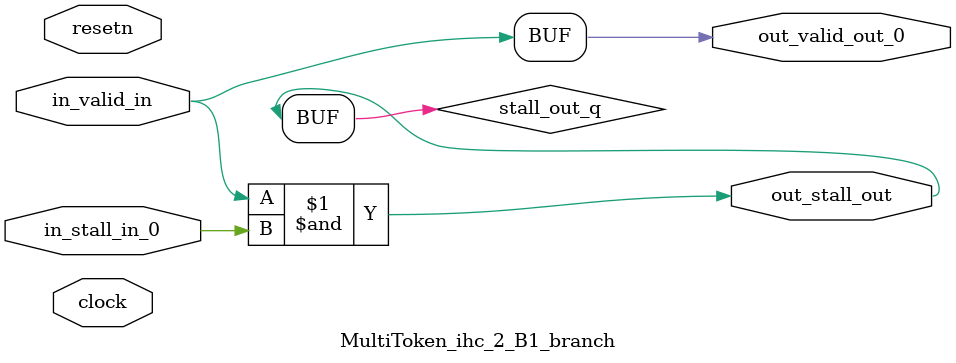
<source format=sv>



(* altera_attribute = "-name AUTO_SHIFT_REGISTER_RECOGNITION OFF; -name MESSAGE_DISABLE 10036; -name MESSAGE_DISABLE 10037; -name MESSAGE_DISABLE 14130; -name MESSAGE_DISABLE 14320; -name MESSAGE_DISABLE 15400; -name MESSAGE_DISABLE 14130; -name MESSAGE_DISABLE 10036; -name MESSAGE_DISABLE 12020; -name MESSAGE_DISABLE 12030; -name MESSAGE_DISABLE 12010; -name MESSAGE_DISABLE 12110; -name MESSAGE_DISABLE 14320; -name MESSAGE_DISABLE 13410; -name MESSAGE_DISABLE 113007; -name MESSAGE_DISABLE 10958" *)
module MultiToken_ihc_2_B1_branch (
    input wire [0:0] in_stall_in_0,
    input wire [0:0] in_valid_in,
    output wire [0:0] out_stall_out,
    output wire [0:0] out_valid_out_0,
    input wire clock,
    input wire resetn
    );

    wire [0:0] stall_out_q;


    // stall_out(LOGICAL,6)
    assign stall_out_q = in_valid_in & in_stall_in_0;

    // out_stall_out(GPOUT,4)
    assign out_stall_out = stall_out_q;

    // out_valid_out_0(GPOUT,5)
    assign out_valid_out_0 = in_valid_in;

endmodule

</source>
